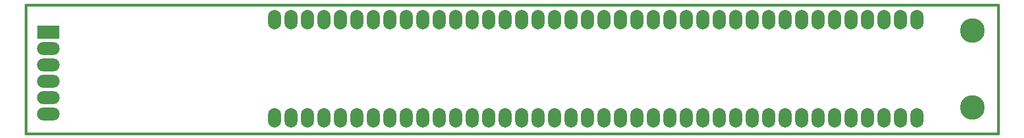
<source format=gbs>
G04 (created by PCBNEW-RS274X (2012-01-19 BZR 3256)-stable) date 28/05/2013 23:41:44*
G01*
G70*
G90*
%MOIN*%
G04 Gerber Fmt 3.4, Leading zero omitted, Abs format*
%FSLAX34Y34*%
G04 APERTURE LIST*
%ADD10C,0.006000*%
%ADD11C,0.015000*%
%ADD12R,0.138100X0.079100*%
%ADD13O,0.138100X0.079100*%
%ADD14O,0.079100X0.118400*%
%ADD15C,0.149900*%
G04 APERTURE END LIST*
G54D10*
G54D11*
X44882Y-25197D02*
X44882Y-17323D01*
X103937Y-25197D02*
X44882Y-25197D01*
X103937Y-17323D02*
X103937Y-25197D01*
X44882Y-17323D02*
X103937Y-17323D01*
G54D12*
X46250Y-19000D03*
G54D13*
X46250Y-20000D03*
X46250Y-21000D03*
X46250Y-22000D03*
X46250Y-23000D03*
X46250Y-24000D03*
G54D14*
X92000Y-24250D03*
X93000Y-24250D03*
X94000Y-24250D03*
X94000Y-18250D03*
X93000Y-18250D03*
X92000Y-18250D03*
X91000Y-18250D03*
X90000Y-18250D03*
X90000Y-24250D03*
X91000Y-24250D03*
X82000Y-24250D03*
X83000Y-24250D03*
X84000Y-24250D03*
X84000Y-18250D03*
X83000Y-18250D03*
X82000Y-18250D03*
X81000Y-18250D03*
X80000Y-18250D03*
X80000Y-24250D03*
X81000Y-24250D03*
X62000Y-24250D03*
X63000Y-24250D03*
X64000Y-24250D03*
X64000Y-18250D03*
X63000Y-18250D03*
X62000Y-18250D03*
X61000Y-18250D03*
X60000Y-18250D03*
X60000Y-24250D03*
X61000Y-24250D03*
X72000Y-24250D03*
X73000Y-24250D03*
X74000Y-24250D03*
X74000Y-18250D03*
X73000Y-18250D03*
X72000Y-18250D03*
X71000Y-18250D03*
X70000Y-18250D03*
X70000Y-24250D03*
X71000Y-24250D03*
X77000Y-24250D03*
X78000Y-24250D03*
X79000Y-24250D03*
X79000Y-18250D03*
X78000Y-18250D03*
X77000Y-18250D03*
X76000Y-18250D03*
X75000Y-18250D03*
X75000Y-24250D03*
X76000Y-24250D03*
X67000Y-24250D03*
X68000Y-24250D03*
X69000Y-24250D03*
X69000Y-18250D03*
X68000Y-18250D03*
X67000Y-18250D03*
X66000Y-18250D03*
X65000Y-18250D03*
X65000Y-24250D03*
X66000Y-24250D03*
X87000Y-24250D03*
X88000Y-24250D03*
X89000Y-24250D03*
X89000Y-18250D03*
X88000Y-18250D03*
X87000Y-18250D03*
X86000Y-18250D03*
X85000Y-18250D03*
X85000Y-24250D03*
X86000Y-24250D03*
X97000Y-24250D03*
X98000Y-24250D03*
X99000Y-24250D03*
X99000Y-18250D03*
X98000Y-18250D03*
X97000Y-18250D03*
X96000Y-18250D03*
X95000Y-18250D03*
X95000Y-24250D03*
X96000Y-24250D03*
G54D15*
X102362Y-18898D03*
X102362Y-23622D03*
M02*

</source>
